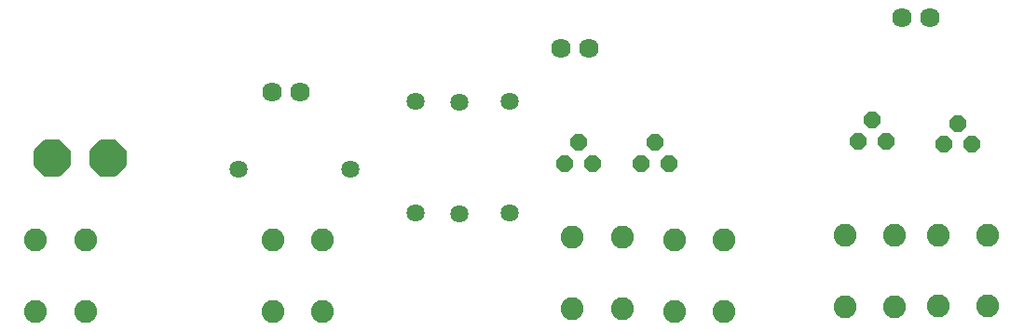
<source format=gbr>
%TF.GenerationSoftware,KiCad,Pcbnew,9.0.1*%
%TF.CreationDate,2025-04-06T15:48:51+05:30*%
%TF.ProjectId,_autosave-solder,5f617574-6f73-4617-9665-2d736f6c6465,rev?*%
%TF.SameCoordinates,Original*%
%TF.FileFunction,Soldermask,Top*%
%TF.FilePolarity,Negative*%
%FSLAX46Y46*%
G04 Gerber Fmt 4.6, Leading zero omitted, Abs format (unit mm)*
G04 Created by KiCad (PCBNEW 9.0.1) date 2025-04-06 15:48:51*
%MOMM*%
%LPD*%
G01*
G04 APERTURE LIST*
G04 Aperture macros list*
%AMFreePoly0*
4,1,25,0.333266,0.742596,0.345389,0.732242,0.732242,0.345389,0.760749,0.289441,0.762000,0.273547,0.762000,-0.273547,0.742596,-0.333266,0.732242,-0.345389,0.345389,-0.732242,0.289441,-0.760749,0.273547,-0.762000,-0.273547,-0.762000,-0.333266,-0.742596,-0.345389,-0.732242,-0.732242,-0.345389,-0.760749,-0.289441,-0.762000,-0.273547,-0.762000,0.273547,-0.742596,0.333266,-0.732242,0.345389,
-0.345389,0.732242,-0.289441,0.760749,-0.273547,0.762000,0.273547,0.762000,0.333266,0.742596,0.333266,0.742596,$1*%
%AMFreePoly1*
4,1,25,0.712023,1.656996,0.724146,1.646642,1.646642,0.724146,1.675149,0.668198,1.676400,0.652304,1.676400,-0.652304,1.656996,-0.712023,1.646642,-0.724146,0.724146,-1.646642,0.668198,-1.675149,0.652304,-1.676400,-0.652304,-1.676400,-0.712023,-1.656996,-0.724146,-1.646642,-1.646642,-0.724146,-1.675149,-0.668198,-1.676400,-0.652304,-1.676400,0.652304,-1.656996,0.712023,-1.646642,0.724146,
-0.724146,1.646642,-0.668198,1.675149,-0.652304,1.676400,0.652304,1.676400,0.712023,1.656996,0.712023,1.656996,$1*%
G04 Aperture macros list end*
%ADD10C,2.082800*%
%ADD11C,1.633200*%
%ADD12FreePoly0,0.000000*%
%ADD13C,1.784200*%
%ADD14FreePoly1,180.000000*%
G04 APERTURE END LIST*
D10*
%TO.C,S1*%
X155000000Y-124000000D03*
X155000000Y-117497600D03*
X159521200Y-124000000D03*
X159521200Y-117497600D03*
%TD*%
%TO.C,S6*%
X182239400Y-123751200D03*
X182239400Y-117248800D03*
X186760600Y-123751200D03*
X186760600Y-117248800D03*
%TD*%
D11*
%TO.C,R3*%
X176500000Y-115000000D03*
X176500000Y-104840000D03*
%TD*%
D12*
%TO.C,T4*%
X188500000Y-110500000D03*
X189770000Y-108595000D03*
X191040000Y-110500000D03*
%TD*%
D13*
%TO.C,D2*%
X214739400Y-97248800D03*
X212199400Y-97248800D03*
%TD*%
D11*
%TO.C,R1*%
X151920000Y-111000000D03*
X162080000Y-111000000D03*
%TD*%
D12*
%TO.C,T3*%
X181500000Y-110500000D03*
X182770000Y-108595000D03*
X184040000Y-110500000D03*
%TD*%
D13*
%TO.C,D3*%
X183770000Y-100000000D03*
X181230000Y-100000000D03*
%TD*%
D14*
%TO.C,M1*%
X134960000Y-110000000D03*
X140040000Y-110000000D03*
%TD*%
D11*
%TO.C,R5*%
X172000000Y-115080000D03*
X172000000Y-104920000D03*
%TD*%
D10*
%TO.C,S7*%
X191500000Y-124000000D03*
X191500000Y-117497600D03*
X196021200Y-124000000D03*
X196021200Y-117497600D03*
%TD*%
D12*
%TO.C,T2*%
X215969400Y-108748800D03*
X217239400Y-106843800D03*
X218509400Y-108748800D03*
%TD*%
D10*
%TO.C,S3*%
X206978800Y-123550400D03*
X206978800Y-117048000D03*
X211500000Y-123550400D03*
X211500000Y-117048000D03*
%TD*%
D12*
%TO.C,T1*%
X208199400Y-108467600D03*
X209469400Y-106562600D03*
X210739400Y-108467600D03*
%TD*%
D11*
%TO.C,R4*%
X168000000Y-115000000D03*
X168000000Y-104840000D03*
%TD*%
D10*
%TO.C,S4*%
X215478800Y-123500000D03*
X215478800Y-116997600D03*
X220000000Y-123500000D03*
X220000000Y-116997600D03*
%TD*%
%TO.C,S2*%
X133478800Y-124000000D03*
X133478800Y-117497600D03*
X138000000Y-124000000D03*
X138000000Y-117497600D03*
%TD*%
D13*
%TO.C,D1*%
X154960000Y-104000000D03*
X157500000Y-104000000D03*
%TD*%
M02*

</source>
